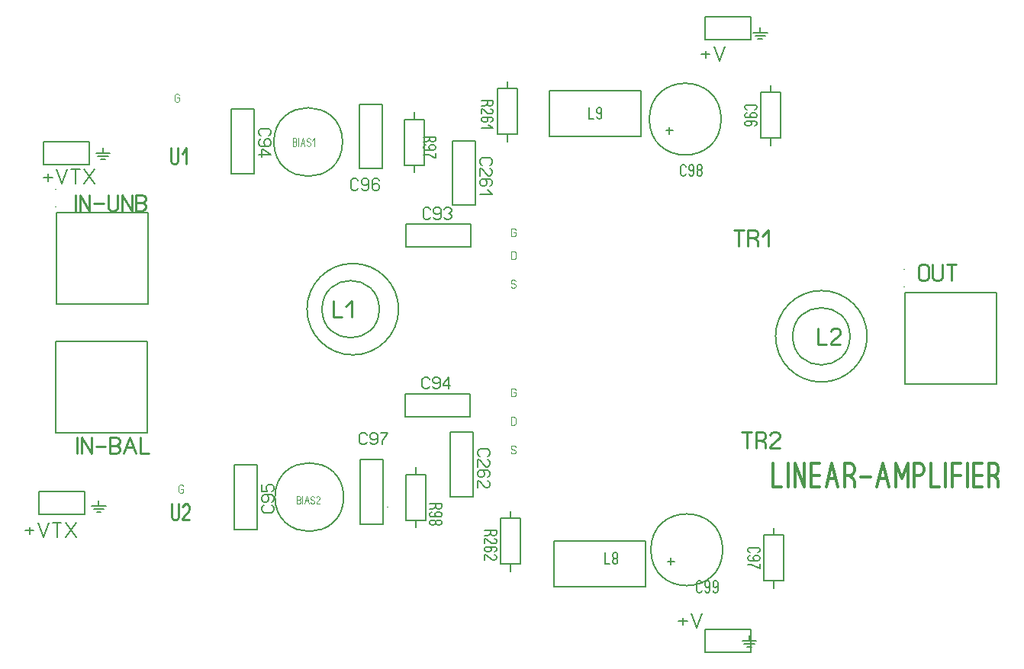
<source format=gbr>
%FSLAX34Y34*%
%MOMM*%
%LNSILK_TOP*%
G71*
G01*
%ADD10C,0.150*%
%ADD11C,0.144*%
%ADD12C,0.200*%
%ADD13C,0.111*%
%ADD14C,0.167*%
%ADD15C,0.222*%
%ADD16C,0.333*%
%LPD*%
G54D10*
X-680213Y-103988D02*
X-578613Y-103988D01*
X-578613Y-205588D01*
X-680213Y-205588D01*
X-680213Y-103988D01*
G54D11*
X-680963Y-77238D02*
X-680963Y-77238D01*
G54D11*
X-680963Y-96738D02*
X-680963Y-96738D01*
G54D12*
G75*
G01X-300569Y-211150D02*
G03X-300569Y-211150I-50800J0D01*
G01*
G54D12*
G75*
G01X-322000Y-211150D02*
G03X-322000Y-211150I-31750J0D01*
G01*
G54D12*
G75*
G01X219337Y-241313D02*
G03X219337Y-241313I-50800J0D01*
G01*
G54D12*
G75*
G01X200287Y-241313D02*
G03X200287Y-241313I-31750J0D01*
G01*
G54D13*
X-541982Y-410836D02*
X-539315Y-410836D01*
X-539315Y-413614D01*
X-539982Y-414725D01*
X-541315Y-415280D01*
X-542648Y-415280D01*
X-543982Y-414725D01*
X-544648Y-413614D01*
X-544648Y-408058D01*
X-543982Y-406947D01*
X-542648Y-406391D01*
X-541315Y-406391D01*
X-539982Y-406947D01*
X-539315Y-408058D01*
G54D10*
X-482799Y-384460D02*
X-457398Y-384459D01*
X-457399Y-456060D01*
X-482799Y-456059D01*
X-482799Y-384460D01*
G54D14*
X-441174Y-429115D02*
X-439508Y-430115D01*
X-438674Y-432115D01*
X-438674Y-434115D01*
X-439508Y-436115D01*
X-441174Y-437115D01*
X-449508Y-437115D01*
X-451174Y-436115D01*
X-452008Y-434115D01*
X-452008Y-432115D01*
X-451174Y-430115D01*
X-449508Y-429115D01*
G54D14*
X-441174Y-425448D02*
X-439508Y-424448D01*
X-438674Y-422448D01*
X-438674Y-420448D01*
X-439508Y-418448D01*
X-441174Y-417448D01*
X-445341Y-417448D01*
X-446174Y-417448D01*
X-444507Y-420448D01*
X-444508Y-422448D01*
X-445341Y-424448D01*
X-447008Y-425448D01*
X-449508Y-425448D01*
X-451174Y-424448D01*
X-452008Y-422448D01*
X-452008Y-420448D01*
X-451174Y-418448D01*
X-449507Y-417448D01*
X-445341Y-417448D01*
G54D14*
X-452008Y-405781D02*
X-452008Y-413781D01*
X-446174Y-413781D01*
X-446174Y-412781D01*
X-447008Y-410781D01*
X-447008Y-408781D01*
X-446174Y-406781D01*
X-444508Y-405781D01*
X-441174Y-405781D01*
X-439508Y-406781D01*
X-438674Y-408781D01*
X-438674Y-410781D01*
X-439508Y-412781D01*
X-441174Y-413781D01*
G54D10*
X-270602Y-394979D02*
X-292777Y-394979D01*
X-292777Y-445679D01*
X-270602Y-445679D01*
X-270602Y-394979D01*
G54D10*
X-281689Y-394779D02*
X-281689Y-386879D01*
G54D10*
X-281690Y-445779D02*
X-281690Y-453679D01*
G54D14*
X-259497Y-430304D02*
X-261164Y-432304D01*
X-262830Y-432970D01*
X-266164Y-432970D01*
G54D14*
X-266164Y-427637D02*
X-252830Y-427637D01*
X-252830Y-430970D01*
X-253664Y-432304D01*
X-255330Y-432970D01*
X-256997Y-432970D01*
X-258664Y-432304D01*
X-259497Y-430970D01*
X-259497Y-427637D01*
G54D14*
X-263664Y-436637D02*
X-265330Y-437304D01*
X-266164Y-438637D01*
X-266164Y-439970D01*
X-265330Y-441304D01*
X-263664Y-441970D01*
X-259497Y-441970D01*
X-258664Y-441970D01*
X-260330Y-439970D01*
X-260330Y-438637D01*
X-259497Y-437304D01*
X-257830Y-436637D01*
X-255330Y-436637D01*
X-253664Y-437304D01*
X-252830Y-438637D01*
X-252830Y-439970D01*
X-253664Y-441304D01*
X-255330Y-441970D01*
X-259497Y-441970D01*
G54D14*
X-259497Y-448970D02*
X-259497Y-447637D01*
X-258664Y-446304D01*
X-256997Y-445637D01*
X-255330Y-445637D01*
X-253664Y-446304D01*
X-252830Y-447637D01*
X-252830Y-448970D01*
X-253664Y-450304D01*
X-255330Y-450970D01*
X-256997Y-450970D01*
X-258664Y-450304D01*
X-259497Y-448970D01*
X-260330Y-450304D01*
X-261997Y-450970D01*
X-263664Y-450970D01*
X-265330Y-450304D01*
X-266164Y-448970D01*
X-266164Y-447637D01*
X-265330Y-446304D01*
X-263664Y-445637D01*
X-261997Y-445637D01*
X-260330Y-446304D01*
X-259497Y-447637D01*
G54D10*
X-317698Y-449710D02*
X-343099Y-449710D01*
X-343098Y-378109D01*
X-317698Y-378110D01*
X-317698Y-449710D01*
G54D14*
X-312307Y-430765D02*
X-312307Y-430765D01*
G54D10*
X-271837Y-417D02*
X-294012Y-417D01*
X-294012Y-51117D01*
X-271837Y-51117D01*
X-271837Y-417D01*
G54D10*
X-282924Y-217D02*
X-282924Y7683D01*
G54D10*
X-282924Y-51217D02*
X-282924Y-59117D01*
G54D14*
X-265925Y-22462D02*
X-267592Y-24462D01*
X-269259Y-25128D01*
X-272592Y-25128D01*
G54D14*
X-272592Y-19795D02*
X-259259Y-19795D01*
X-259259Y-23128D01*
X-260092Y-24462D01*
X-261759Y-25128D01*
X-263425Y-25128D01*
X-265092Y-24462D01*
X-265925Y-23128D01*
X-265925Y-19795D01*
G54D14*
X-270092Y-28795D02*
X-271759Y-29462D01*
X-272592Y-30795D01*
X-272592Y-32128D01*
X-271759Y-33462D01*
X-270092Y-34128D01*
X-265925Y-34128D01*
X-265092Y-34128D01*
X-266759Y-32128D01*
X-266759Y-30795D01*
X-265925Y-29462D01*
X-264259Y-28795D01*
X-261759Y-28795D01*
X-260092Y-29462D01*
X-259259Y-30795D01*
X-259259Y-32128D01*
X-260092Y-33462D01*
X-261759Y-34128D01*
X-265925Y-34128D01*
G54D14*
X-259259Y-37795D02*
X-259259Y-43128D01*
X-260925Y-42462D01*
X-263425Y-41128D01*
X-266759Y-39795D01*
X-269259Y-39128D01*
X-272592Y-39128D01*
G54D10*
X-344334Y16453D02*
X-318933Y16453D01*
X-318934Y-55147D01*
X-344334Y-55147D01*
X-344334Y16453D01*
G54D14*
X-345309Y-76486D02*
X-346309Y-78153D01*
X-348309Y-78986D01*
X-350309Y-78986D01*
X-352309Y-78153D01*
X-353309Y-76486D01*
X-353309Y-68153D01*
X-352309Y-66486D01*
X-350309Y-65653D01*
X-348309Y-65653D01*
X-346309Y-66486D01*
X-345309Y-68153D01*
G54D14*
X-341642Y-76486D02*
X-340642Y-78153D01*
X-338642Y-78986D01*
X-336642Y-78986D01*
X-334642Y-78153D01*
X-333642Y-76486D01*
X-333642Y-72319D01*
X-333642Y-71486D01*
X-336642Y-73153D01*
X-338642Y-73153D01*
X-340642Y-72319D01*
X-341642Y-70653D01*
X-341642Y-68153D01*
X-340642Y-66486D01*
X-338642Y-65653D01*
X-336642Y-65653D01*
X-334642Y-66486D01*
X-333642Y-68153D01*
X-333642Y-72319D01*
G54D14*
X-321975Y-68153D02*
X-322975Y-66486D01*
X-324975Y-65653D01*
X-326975Y-65653D01*
X-328975Y-66486D01*
X-329975Y-68153D01*
X-329975Y-72319D01*
X-329975Y-73153D01*
X-326975Y-71486D01*
X-324975Y-71486D01*
X-322975Y-72319D01*
X-321975Y-73986D01*
X-321975Y-76486D01*
X-322975Y-78153D01*
X-324975Y-78986D01*
X-326975Y-78986D01*
X-328975Y-78153D01*
X-329975Y-76486D01*
X-329975Y-72319D01*
G54D13*
X-173284Y-125806D02*
X-170617Y-125806D01*
X-170617Y-128584D01*
X-171284Y-129695D01*
X-172617Y-130250D01*
X-173950Y-130250D01*
X-175284Y-129695D01*
X-175950Y-128584D01*
X-175950Y-123028D01*
X-175284Y-121917D01*
X-173950Y-121361D01*
X-172617Y-121361D01*
X-171284Y-121917D01*
X-170617Y-123028D01*
G54D13*
X-175950Y-155650D02*
X-175950Y-146761D01*
X-172617Y-146761D01*
X-171284Y-147317D01*
X-170617Y-148428D01*
X-170617Y-153984D01*
X-171284Y-155095D01*
X-172617Y-155650D01*
X-175950Y-155650D01*
G54D13*
X-175950Y-339800D02*
X-175950Y-330911D01*
X-172617Y-330911D01*
X-171284Y-331467D01*
X-170617Y-332578D01*
X-170617Y-338134D01*
X-171284Y-339245D01*
X-172617Y-339800D01*
X-175950Y-339800D01*
G54D13*
X-175950Y-185734D02*
X-175284Y-186845D01*
X-173950Y-187400D01*
X-172617Y-187400D01*
X-171284Y-186845D01*
X-170617Y-185734D01*
X-170617Y-184622D01*
X-171284Y-183511D01*
X-172617Y-182956D01*
X-173950Y-182956D01*
X-175284Y-182400D01*
X-175950Y-181289D01*
X-175950Y-180178D01*
X-175284Y-179067D01*
X-173950Y-178511D01*
X-172617Y-178511D01*
X-171284Y-179067D01*
X-170617Y-180178D01*
G54D13*
X-175950Y-369884D02*
X-175284Y-370995D01*
X-173950Y-371550D01*
X-172617Y-371550D01*
X-171284Y-370995D01*
X-170617Y-369884D01*
X-170617Y-368772D01*
X-171284Y-367661D01*
X-172617Y-367106D01*
X-173950Y-367106D01*
X-175284Y-366550D01*
X-175950Y-365439D01*
X-175950Y-364328D01*
X-175284Y-363217D01*
X-173950Y-362661D01*
X-172617Y-362661D01*
X-171284Y-363217D01*
X-170617Y-364328D01*
G54D13*
X-173284Y-303606D02*
X-170617Y-303606D01*
X-170617Y-306384D01*
X-171284Y-307495D01*
X-172617Y-308050D01*
X-173950Y-308050D01*
X-175284Y-307495D01*
X-175950Y-306384D01*
X-175950Y-300828D01*
X-175284Y-299717D01*
X-173950Y-299161D01*
X-172617Y-299161D01*
X-171284Y-299717D01*
X-170617Y-300828D01*
G54D10*
X-220652Y-142126D02*
X-220652Y-116726D01*
X-292252Y-116726D01*
X-292252Y-142126D01*
X-220652Y-142126D01*
G54D14*
X-265308Y-108834D02*
X-266308Y-110501D01*
X-268308Y-111334D01*
X-270308Y-111334D01*
X-272308Y-110501D01*
X-273308Y-108834D01*
X-273308Y-100501D01*
X-272308Y-98834D01*
X-270308Y-98001D01*
X-268308Y-98001D01*
X-266308Y-98834D01*
X-265308Y-100501D01*
G54D14*
X-261641Y-108834D02*
X-260641Y-110501D01*
X-258641Y-111334D01*
X-256641Y-111334D01*
X-254641Y-110501D01*
X-253641Y-108834D01*
X-253641Y-104668D01*
X-253641Y-103834D01*
X-256641Y-105501D01*
X-258641Y-105501D01*
X-260641Y-104668D01*
X-261641Y-103001D01*
X-261641Y-100501D01*
X-260641Y-98834D01*
X-258641Y-98001D01*
X-256641Y-98001D01*
X-254641Y-98834D01*
X-253641Y-100501D01*
X-253641Y-104668D01*
G54D14*
X-249974Y-100501D02*
X-248974Y-98834D01*
X-246974Y-98001D01*
X-244974Y-98001D01*
X-242974Y-98834D01*
X-241974Y-100501D01*
X-241974Y-102168D01*
X-242974Y-103834D01*
X-244974Y-104668D01*
X-242974Y-105501D01*
X-241974Y-107168D01*
X-241974Y-108834D01*
X-242974Y-110501D01*
X-244974Y-111334D01*
X-246974Y-111334D01*
X-248974Y-110501D01*
X-249974Y-108834D01*
G54D10*
X-221652Y-330501D02*
X-221652Y-305101D01*
X-293252Y-305101D01*
X-293252Y-330501D01*
X-221652Y-330501D01*
G54D14*
X-266308Y-297209D02*
X-267308Y-298876D01*
X-269308Y-299709D01*
X-271308Y-299709D01*
X-273308Y-298876D01*
X-274308Y-297209D01*
X-274308Y-288876D01*
X-273308Y-287209D01*
X-271308Y-286376D01*
X-269308Y-286376D01*
X-267308Y-287209D01*
X-266308Y-288876D01*
G54D14*
X-262641Y-297209D02*
X-261641Y-298876D01*
X-259641Y-299709D01*
X-257641Y-299709D01*
X-255641Y-298876D01*
X-254641Y-297209D01*
X-254641Y-293042D01*
X-254641Y-292209D01*
X-257641Y-293876D01*
X-259641Y-293876D01*
X-261641Y-293042D01*
X-262641Y-291376D01*
X-262641Y-288876D01*
X-261641Y-287209D01*
X-259641Y-286376D01*
X-257641Y-286376D01*
X-255641Y-287209D01*
X-254641Y-288876D01*
X-254641Y-293042D01*
G54D14*
X-244974Y-299709D02*
X-244974Y-286376D01*
X-250974Y-294709D01*
X-250974Y-296376D01*
X-242974Y-296376D01*
G54D10*
X-241162Y-95775D02*
X-215761Y-95776D01*
X-215762Y-24175D01*
X-241162Y-24175D01*
X-241162Y-95775D01*
G54D14*
X-207870Y-51120D02*
X-209537Y-50120D01*
X-210370Y-48120D01*
X-210370Y-46120D01*
X-209537Y-44120D01*
X-207870Y-43120D01*
X-199537Y-43120D01*
X-197870Y-44120D01*
X-197037Y-46120D01*
X-197037Y-48120D01*
X-197870Y-50120D01*
X-199537Y-51120D01*
G54D14*
X-210370Y-62787D02*
X-210370Y-54787D01*
X-209537Y-54787D01*
X-207870Y-55787D01*
X-202870Y-61787D01*
X-201203Y-62787D01*
X-199537Y-62787D01*
X-197870Y-61787D01*
X-197037Y-59787D01*
X-197037Y-57787D01*
X-197870Y-55787D01*
X-199537Y-54787D01*
G54D14*
X-199537Y-74454D02*
X-197870Y-73454D01*
X-197037Y-71454D01*
X-197037Y-69454D01*
X-197870Y-67454D01*
X-199537Y-66454D01*
X-203703Y-66454D01*
X-204537Y-66454D01*
X-202870Y-69454D01*
X-202870Y-71454D01*
X-203703Y-73454D01*
X-205370Y-74454D01*
X-207870Y-74454D01*
X-209537Y-73454D01*
X-210370Y-71454D01*
X-210370Y-69454D01*
X-209537Y-67454D01*
X-207870Y-66454D01*
X-203703Y-66454D01*
G54D14*
X-202037Y-78121D02*
X-197037Y-83121D01*
X-210370Y-83121D01*
G54D10*
X-243340Y-419307D02*
X-217940Y-419307D01*
X-217940Y-347707D01*
X-243340Y-347707D01*
X-243340Y-419307D01*
G54D14*
X-210049Y-374652D02*
X-211715Y-373652D01*
X-212549Y-371652D01*
X-212549Y-369652D01*
X-211715Y-367652D01*
X-210049Y-366652D01*
X-201715Y-366652D01*
X-200049Y-367652D01*
X-199215Y-369652D01*
X-199215Y-371652D01*
X-200049Y-373652D01*
X-201715Y-374652D01*
G54D14*
X-212549Y-386319D02*
X-212549Y-378319D01*
X-211715Y-378319D01*
X-210049Y-379319D01*
X-205049Y-385319D01*
X-203382Y-386319D01*
X-201715Y-386319D01*
X-200049Y-385319D01*
X-199215Y-383319D01*
X-199215Y-381319D01*
X-200049Y-379319D01*
X-201715Y-378319D01*
G54D14*
X-201715Y-397986D02*
X-200049Y-396986D01*
X-199215Y-394986D01*
X-199215Y-392986D01*
X-200049Y-390986D01*
X-201715Y-389986D01*
X-205882Y-389986D01*
X-206715Y-389986D01*
X-205049Y-392986D01*
X-205049Y-394986D01*
X-205882Y-396986D01*
X-207549Y-397986D01*
X-210049Y-397986D01*
X-211715Y-396986D01*
X-212549Y-394986D01*
X-212549Y-392986D01*
X-211715Y-390986D01*
X-210049Y-389986D01*
X-205882Y-389986D01*
G54D14*
X-212549Y-409653D02*
X-212549Y-401653D01*
X-211715Y-401653D01*
X-210049Y-402653D01*
X-205049Y-408653D01*
X-203382Y-409653D01*
X-201715Y-409653D01*
X-200049Y-408653D01*
X-199215Y-406653D01*
X-199215Y-404653D01*
X-200049Y-402653D01*
X-201715Y-401653D01*
G54D10*
X-168861Y-16699D02*
X-191036Y-16699D01*
X-191036Y34001D01*
X-168861Y34001D01*
X-168861Y-16699D01*
G54D10*
X-179948Y-16899D02*
X-179948Y-24799D01*
G54D10*
X-179948Y34101D02*
X-179949Y42001D01*
G54D14*
X-202206Y17575D02*
X-203873Y15575D01*
X-205540Y14908D01*
X-208873Y14908D01*
G54D14*
X-208873Y20242D02*
X-195540Y20242D01*
X-195540Y16908D01*
X-196373Y15575D01*
X-198040Y14908D01*
X-199706Y14908D01*
X-201373Y15575D01*
X-202206Y16908D01*
X-202206Y20242D01*
G54D14*
X-208873Y5908D02*
X-208873Y11242D01*
X-208040Y11242D01*
X-206373Y10575D01*
X-201373Y6575D01*
X-199706Y5908D01*
X-198040Y5908D01*
X-196373Y6575D01*
X-195540Y7908D01*
X-195540Y9242D01*
X-196373Y10575D01*
X-198040Y11242D01*
G54D14*
X-198040Y-3092D02*
X-196373Y-2425D01*
X-195540Y-1092D01*
X-195540Y242D01*
X-196373Y1575D01*
X-198040Y2242D01*
X-202206Y2242D01*
X-203040Y2242D01*
X-201373Y242D01*
X-201373Y-1092D01*
X-202206Y-2425D01*
X-203873Y-3092D01*
X-206373Y-3092D01*
X-208040Y-2425D01*
X-208873Y-1092D01*
X-208873Y242D01*
X-208040Y1575D01*
X-206373Y2242D01*
X-202206Y2242D01*
G54D14*
X-200540Y-6758D02*
X-195540Y-10092D01*
X-208873Y-10092D01*
G54D10*
X-165161Y-494199D02*
X-187336Y-494199D01*
X-187336Y-443499D01*
X-165161Y-443499D01*
X-165161Y-494199D01*
G54D10*
X-176248Y-494400D02*
X-176248Y-502300D01*
G54D10*
X-176248Y-443399D02*
X-176249Y-435499D01*
G54D14*
X-198506Y-459925D02*
X-200173Y-461925D01*
X-201840Y-462592D01*
X-205173Y-462592D01*
G54D14*
X-205173Y-457258D02*
X-191840Y-457258D01*
X-191840Y-460592D01*
X-192673Y-461925D01*
X-194340Y-462592D01*
X-196006Y-462592D01*
X-197673Y-461925D01*
X-198506Y-460592D01*
X-198506Y-457258D01*
G54D14*
X-205173Y-471592D02*
X-205173Y-466258D01*
X-204340Y-466258D01*
X-202673Y-466925D01*
X-197673Y-470925D01*
X-196006Y-471592D01*
X-194340Y-471592D01*
X-192673Y-470925D01*
X-191840Y-469592D01*
X-191840Y-468258D01*
X-192673Y-466925D01*
X-194340Y-466258D01*
G54D14*
X-194340Y-480592D02*
X-192673Y-479925D01*
X-191840Y-478592D01*
X-191840Y-477258D01*
X-192673Y-475925D01*
X-194340Y-475258D01*
X-198506Y-475258D01*
X-199340Y-475258D01*
X-197673Y-477258D01*
X-197673Y-478592D01*
X-198506Y-479925D01*
X-200173Y-480592D01*
X-202673Y-480592D01*
X-204340Y-479925D01*
X-205173Y-478592D01*
X-205173Y-477258D01*
X-204340Y-475925D01*
X-202673Y-475258D01*
X-198506Y-475258D01*
G54D14*
X-205173Y-489592D02*
X-205173Y-484258D01*
X-204340Y-484258D01*
X-202673Y-484925D01*
X-197673Y-488925D01*
X-196006Y-489592D01*
X-194340Y-489592D01*
X-192673Y-488925D01*
X-191840Y-487592D01*
X-191840Y-486258D01*
X-192673Y-484925D01*
X-194340Y-484258D01*
G54D10*
X-3800Y-12700D02*
X3800Y-12700D01*
G54D10*
X0Y-8900D02*
X0Y-16500D01*
G54D10*
G75*
G01X57356Y0D02*
G03X57356Y0I-39850J0D01*
G01*
G54D10*
X-2100Y-491200D02*
X5500Y-491200D01*
G54D10*
X1700Y-487400D02*
X1700Y-495000D01*
G54D10*
G75*
G01X59056Y-478500D02*
G03X59056Y-478500I-39850J0D01*
G01*
G54D12*
X35395Y71924D02*
X44995Y71924D01*
G54D12*
X40195Y75924D02*
X40195Y67924D01*
G54D12*
X49395Y80924D02*
X55395Y64924D01*
X61395Y80924D01*
G54D10*
X90414Y113982D02*
X90414Y88581D01*
X39614Y88582D01*
X39614Y113982D01*
X90414Y113982D01*
G54D12*
X100640Y101918D02*
X100640Y95568D01*
G54D12*
X108578Y95568D02*
X92703Y95568D01*
G54D12*
X95084Y92394D02*
X106197Y92394D01*
G54D12*
X103022Y89219D02*
X98259Y89218D01*
G54D10*
X123339Y-20999D02*
X101164Y-20999D01*
X101164Y29701D01*
X123339Y29701D01*
X123339Y-20999D01*
G54D10*
X112252Y-21200D02*
X112252Y-29100D01*
G54D10*
X112252Y29801D02*
X112251Y37701D01*
G54D14*
X85827Y10609D02*
X84160Y11275D01*
X83327Y12609D01*
X83327Y13942D01*
X84160Y15275D01*
X85827Y15942D01*
X94160Y15942D01*
X95827Y15275D01*
X96660Y13942D01*
X96660Y12609D01*
X95827Y11275D01*
X94160Y10609D01*
G54D14*
X85827Y6942D02*
X84160Y6275D01*
X83327Y4942D01*
X83327Y3609D01*
X84160Y2275D01*
X85827Y1609D01*
X89994Y1609D01*
X90827Y1609D01*
X89160Y3609D01*
X89160Y4942D01*
X89994Y6275D01*
X91660Y6942D01*
X94160Y6942D01*
X95827Y6275D01*
X96660Y4942D01*
X96660Y3609D01*
X95827Y2275D01*
X94160Y1609D01*
X89994Y1609D01*
G54D14*
X94160Y-7391D02*
X95827Y-6725D01*
X96660Y-5391D01*
X96660Y-4058D01*
X95827Y-2725D01*
X94160Y-2058D01*
X89994Y-2058D01*
X89160Y-2058D01*
X90827Y-4058D01*
X90827Y-5391D01*
X89994Y-6725D01*
X88327Y-7391D01*
X85827Y-7391D01*
X84160Y-6725D01*
X83327Y-5391D01*
X83327Y-4058D01*
X84160Y-2725D01*
X85827Y-2058D01*
X89994Y-2058D01*
G54D12*
X-128350Y-469150D02*
X-26750Y-469150D01*
X-26750Y-519950D01*
X-128350Y-519950D01*
X-128350Y-469150D01*
G54D12*
X-133350Y31750D02*
X-31750Y31750D01*
X-31750Y-19050D01*
X-133350Y-19050D01*
X-133350Y31750D01*
G54D13*
X-413135Y-427622D02*
X-413135Y-418734D01*
X-410913Y-418734D01*
X-410024Y-419289D01*
X-409580Y-420400D01*
X-409580Y-421511D01*
X-410024Y-422622D01*
X-410913Y-423178D01*
X-410024Y-423734D01*
X-409580Y-424844D01*
X-409580Y-425956D01*
X-410024Y-427067D01*
X-410913Y-427622D01*
X-413135Y-427622D01*
G54D13*
X-413135Y-423178D02*
X-410913Y-423178D01*
G54D13*
X-407135Y-427622D02*
X-407135Y-418734D01*
G54D13*
X-404691Y-427622D02*
X-402469Y-418734D01*
X-400247Y-427622D01*
G54D13*
X-403802Y-424289D02*
X-401135Y-424289D01*
G54D13*
X-397803Y-425956D02*
X-397359Y-427067D01*
X-396470Y-427622D01*
X-395581Y-427622D01*
X-394692Y-427067D01*
X-394248Y-425956D01*
X-394248Y-424844D01*
X-394692Y-423734D01*
X-395581Y-423178D01*
X-396470Y-423178D01*
X-397359Y-422622D01*
X-397803Y-421511D01*
X-397803Y-420400D01*
X-397359Y-419289D01*
X-396470Y-418734D01*
X-395581Y-418734D01*
X-394692Y-419289D01*
X-394248Y-420400D01*
G54D13*
X-388247Y-427622D02*
X-391803Y-427622D01*
X-391803Y-427067D01*
X-391359Y-425956D01*
X-388692Y-422622D01*
X-388248Y-421511D01*
X-388248Y-420400D01*
X-388692Y-419289D01*
X-389581Y-418734D01*
X-390470Y-418734D01*
X-391359Y-419289D01*
X-391803Y-420400D01*
G54D13*
X-417515Y-29862D02*
X-417515Y-20973D01*
X-415293Y-20973D01*
X-414404Y-21529D01*
X-413960Y-22640D01*
X-413960Y-23751D01*
X-414404Y-24862D01*
X-415293Y-25418D01*
X-414404Y-25973D01*
X-413960Y-27084D01*
X-413960Y-28196D01*
X-414404Y-29307D01*
X-415293Y-29862D01*
X-417515Y-29862D01*
G54D13*
X-417515Y-25418D02*
X-415293Y-25418D01*
G54D13*
X-411515Y-29862D02*
X-411515Y-20973D01*
G54D13*
X-409071Y-29862D02*
X-406849Y-20973D01*
X-404627Y-29862D01*
G54D13*
X-408182Y-26529D02*
X-405516Y-26529D01*
G54D13*
X-402183Y-28196D02*
X-401739Y-29307D01*
X-400850Y-29862D01*
X-399961Y-29862D01*
X-399072Y-29307D01*
X-398628Y-28196D01*
X-398628Y-27084D01*
X-399072Y-25973D01*
X-399961Y-25418D01*
X-400850Y-25418D01*
X-401739Y-24862D01*
X-402183Y-23751D01*
X-402183Y-22640D01*
X-401739Y-21529D01*
X-400850Y-20973D01*
X-399961Y-20973D01*
X-399072Y-21529D01*
X-398628Y-22640D01*
G54D13*
X-396183Y-24307D02*
X-393961Y-20973D01*
X-393961Y-29862D01*
G54D14*
X-88900Y13333D02*
X-88900Y0D01*
X-84234Y0D01*
G54D14*
X-80566Y2500D02*
X-79900Y833D01*
X-78566Y0D01*
X-77233Y0D01*
X-75900Y833D01*
X-75233Y2500D01*
X-75233Y6666D01*
X-75233Y7500D01*
X-77233Y5833D01*
X-78566Y5833D01*
X-79900Y6666D01*
X-80566Y8333D01*
X-80566Y10833D01*
X-79900Y12500D01*
X-78566Y13333D01*
X-77233Y13333D01*
X-75900Y12500D01*
X-75233Y10833D01*
X-75233Y6666D01*
G54D14*
X-71200Y-481217D02*
X-71200Y-494550D01*
X-66534Y-494550D01*
G54D14*
X-59533Y-487884D02*
X-60866Y-487884D01*
X-62200Y-487050D01*
X-62866Y-485384D01*
X-62866Y-483717D01*
X-62200Y-482050D01*
X-60866Y-481217D01*
X-59533Y-481217D01*
X-58200Y-482050D01*
X-57533Y-483717D01*
X-57533Y-485384D01*
X-58200Y-487050D01*
X-59533Y-487884D01*
X-58200Y-488717D01*
X-57533Y-490384D01*
X-57533Y-492050D01*
X-58200Y-493717D01*
X-59533Y-494550D01*
X-60866Y-494550D01*
X-62200Y-493717D01*
X-62866Y-492050D01*
X-62866Y-490384D01*
X-62200Y-488717D01*
X-60866Y-487884D01*
G54D14*
X18033Y-61000D02*
X17366Y-62667D01*
X16033Y-63500D01*
X14700Y-63500D01*
X13366Y-62667D01*
X12700Y-61000D01*
X12700Y-52667D01*
X13366Y-51000D01*
X14700Y-50167D01*
X16033Y-50167D01*
X17366Y-51000D01*
X18033Y-52667D01*
G54D14*
X21700Y-61000D02*
X22366Y-62667D01*
X23700Y-63500D01*
X25033Y-63500D01*
X26366Y-62667D01*
X27033Y-61000D01*
X27033Y-56834D01*
X27033Y-56000D01*
X25033Y-57667D01*
X23700Y-57667D01*
X22366Y-56834D01*
X21700Y-55167D01*
X21700Y-52667D01*
X22366Y-51000D01*
X23700Y-50167D01*
X25033Y-50167D01*
X26366Y-51000D01*
X27033Y-52667D01*
X27033Y-56834D01*
G54D14*
X34033Y-56834D02*
X32700Y-56834D01*
X31366Y-56000D01*
X30700Y-54334D01*
X30700Y-52667D01*
X31366Y-51000D01*
X32700Y-50167D01*
X34033Y-50167D01*
X35366Y-51000D01*
X36033Y-52667D01*
X36033Y-54334D01*
X35366Y-56000D01*
X34033Y-56834D01*
X35366Y-57667D01*
X36033Y-59334D01*
X36033Y-61000D01*
X35366Y-62667D01*
X34033Y-63500D01*
X32700Y-63500D01*
X31366Y-62667D01*
X30700Y-61000D01*
X30700Y-59334D01*
X31366Y-57667D01*
X32700Y-56834D01*
G54D14*
X35733Y-523800D02*
X35066Y-525467D01*
X33733Y-526300D01*
X32400Y-526300D01*
X31066Y-525467D01*
X30400Y-523800D01*
X30400Y-515467D01*
X31066Y-513800D01*
X32400Y-512967D01*
X33733Y-512967D01*
X35066Y-513800D01*
X35733Y-515467D01*
G54D14*
X39400Y-523800D02*
X40066Y-525467D01*
X41400Y-526300D01*
X42733Y-526300D01*
X44066Y-525467D01*
X44733Y-523800D01*
X44733Y-519634D01*
X44733Y-518800D01*
X42733Y-520467D01*
X41400Y-520467D01*
X40066Y-519634D01*
X39400Y-517967D01*
X39400Y-515467D01*
X40066Y-513800D01*
X41400Y-512967D01*
X42733Y-512967D01*
X44066Y-513800D01*
X44733Y-515467D01*
X44733Y-519634D01*
G54D14*
X48400Y-523800D02*
X49066Y-525467D01*
X50400Y-526300D01*
X51733Y-526300D01*
X53066Y-525467D01*
X53733Y-523800D01*
X53733Y-519634D01*
X53733Y-518800D01*
X51733Y-520467D01*
X50400Y-520467D01*
X49066Y-519634D01*
X48400Y-517967D01*
X48400Y-515467D01*
X49066Y-513800D01*
X50400Y-512967D01*
X51733Y-512967D01*
X53066Y-513800D01*
X53733Y-515467D01*
X53733Y-519634D01*
G54D15*
X-552076Y-427602D02*
X-552076Y-442047D01*
X-551188Y-444269D01*
X-549410Y-445380D01*
X-547632Y-445380D01*
X-545854Y-444269D01*
X-544965Y-442047D01*
X-544965Y-427602D01*
G54D15*
X-532965Y-445380D02*
X-540076Y-445380D01*
X-540076Y-444269D01*
X-539188Y-442047D01*
X-533854Y-435380D01*
X-532965Y-433158D01*
X-532965Y-430936D01*
X-533854Y-428714D01*
X-535632Y-427602D01*
X-537410Y-427602D01*
X-539188Y-428714D01*
X-540076Y-430936D01*
G54D10*
X126896Y-512954D02*
X104721Y-512954D01*
X104721Y-462254D01*
X126896Y-462254D01*
X126896Y-512954D01*
G54D10*
X115808Y-513155D02*
X115808Y-521054D01*
G54D10*
X115808Y-462154D02*
X115808Y-454254D01*
G54D14*
X89384Y-481346D02*
X87717Y-480680D01*
X86884Y-479346D01*
X86884Y-478013D01*
X87717Y-476680D01*
X89384Y-476013D01*
X97717Y-476013D01*
X99384Y-476680D01*
X100217Y-478013D01*
X100217Y-479346D01*
X99384Y-480680D01*
X97717Y-481346D01*
G54D14*
X89384Y-485013D02*
X87717Y-485680D01*
X86884Y-487013D01*
X86884Y-488346D01*
X87717Y-489680D01*
X89384Y-490346D01*
X93551Y-490346D01*
X94384Y-490346D01*
X92717Y-488346D01*
X92717Y-487013D01*
X93551Y-485680D01*
X95217Y-485013D01*
X97717Y-485013D01*
X99384Y-485680D01*
X100217Y-487013D01*
X100217Y-488346D01*
X99384Y-489680D01*
X97717Y-490346D01*
X93551Y-490346D01*
G54D14*
X100217Y-494013D02*
X100217Y-499346D01*
X98550Y-498680D01*
X96051Y-497346D01*
X92717Y-496013D01*
X90217Y-495346D01*
X86884Y-495346D01*
G54D10*
G75*
G01X-362750Y-25418D02*
G03X-362750Y-25418I-38100J0D01*
G01*
G54D10*
G75*
G01X-361515Y-419980D02*
G03X-361515Y-419980I-38100J0D01*
G01*
G54D10*
X-681180Y-247333D02*
X-579580Y-247333D01*
X-579580Y-348933D01*
X-681180Y-348933D01*
X-681180Y-247333D01*
G54D15*
X-658963Y-101738D02*
X-658963Y-83960D01*
G54D15*
X-654074Y-101738D02*
X-654074Y-83960D01*
X-643407Y-101738D01*
X-643407Y-83960D01*
G54D15*
X-638518Y-93960D02*
X-627851Y-93960D01*
G54D15*
X-622962Y-83960D02*
X-622962Y-98404D01*
X-621628Y-100627D01*
X-618962Y-101738D01*
X-616295Y-101738D01*
X-613628Y-100627D01*
X-612295Y-98404D01*
X-612295Y-83960D01*
G54D15*
X-607406Y-101738D02*
X-607406Y-83960D01*
X-596739Y-101738D01*
X-596739Y-83960D01*
G54D15*
X-591850Y-101738D02*
X-591850Y-83960D01*
X-585183Y-83960D01*
X-582516Y-85071D01*
X-581183Y-87293D01*
X-581183Y-89516D01*
X-582516Y-91738D01*
X-585183Y-92849D01*
X-582516Y-93960D01*
X-581183Y-96182D01*
X-581183Y-98404D01*
X-582516Y-100627D01*
X-585183Y-101738D01*
X-591850Y-101738D01*
G54D15*
X-591850Y-92849D02*
X-585183Y-92849D01*
G54D15*
X77108Y-140800D02*
X77108Y-123022D01*
G54D15*
X71775Y-123022D02*
X82441Y-123022D01*
G54D15*
X92664Y-131911D02*
X96664Y-134134D01*
X97997Y-136356D01*
X97997Y-140800D01*
G54D15*
X87331Y-140800D02*
X87331Y-123022D01*
X93997Y-123022D01*
X96664Y-124134D01*
X97997Y-126356D01*
X97997Y-128578D01*
X96664Y-130800D01*
X93997Y-131911D01*
X87331Y-131911D01*
G54D15*
X102887Y-129689D02*
X109553Y-123022D01*
X109553Y-140800D01*
G54D15*
X85808Y-365613D02*
X85808Y-347835D01*
G54D15*
X80475Y-347835D02*
X91141Y-347835D01*
G54D15*
X101364Y-356724D02*
X105364Y-358946D01*
X106697Y-361168D01*
X106697Y-365613D01*
G54D15*
X96031Y-365613D02*
X96031Y-347835D01*
X102697Y-347835D01*
X105364Y-348946D01*
X106697Y-351168D01*
X106697Y-353390D01*
X105364Y-355613D01*
X102697Y-356724D01*
X96031Y-356724D01*
G54D15*
X122253Y-365613D02*
X111587Y-365613D01*
X111587Y-364502D01*
X112920Y-362279D01*
X120920Y-355613D01*
X122253Y-353390D01*
X122253Y-351168D01*
X120920Y-348946D01*
X118253Y-347835D01*
X115587Y-347835D01*
X112920Y-348946D01*
X111587Y-351168D01*
G54D16*
X115037Y-382358D02*
X115037Y-409025D01*
X124371Y-409025D01*
G54D16*
X131703Y-409025D02*
X131703Y-382358D01*
G54D16*
X139036Y-409025D02*
X139036Y-382358D01*
X149703Y-409025D01*
X149703Y-382358D01*
G54D16*
X166370Y-409025D02*
X157036Y-409025D01*
X157036Y-382358D01*
X166370Y-382358D01*
G54D16*
X157036Y-395692D02*
X166370Y-395692D01*
G54D16*
X173702Y-409025D02*
X180369Y-382358D01*
X187036Y-409025D01*
G54D16*
X176369Y-399025D02*
X184369Y-399025D01*
G54D16*
X199702Y-395692D02*
X203702Y-399025D01*
X205035Y-402358D01*
X205035Y-409025D01*
G54D16*
X194368Y-409025D02*
X194368Y-382358D01*
X201035Y-382358D01*
X203702Y-384025D01*
X205035Y-387358D01*
X205035Y-390692D01*
X203702Y-394025D01*
X201035Y-395692D01*
X194368Y-395692D01*
G54D16*
X212368Y-397358D02*
X223035Y-397358D01*
G54D16*
X230368Y-409025D02*
X237035Y-382358D01*
X243702Y-409025D01*
G54D16*
X233035Y-399025D02*
X241035Y-399025D01*
G54D16*
X251034Y-409025D02*
X251034Y-382358D01*
X257701Y-399025D01*
X264368Y-382358D01*
X264368Y-409025D01*
G54D16*
X271700Y-409025D02*
X271700Y-382358D01*
X278367Y-382358D01*
X281034Y-384025D01*
X282367Y-387358D01*
X282367Y-390692D01*
X281034Y-394025D01*
X278367Y-395692D01*
X271700Y-395692D01*
G54D16*
X289700Y-382358D02*
X289700Y-409025D01*
X299034Y-409025D01*
G54D16*
X306366Y-409025D02*
X306366Y-382358D01*
G54D16*
X313699Y-409025D02*
X313699Y-382358D01*
X323032Y-382358D01*
G54D16*
X313699Y-395692D02*
X323032Y-395692D01*
G54D16*
X330365Y-409025D02*
X330365Y-382358D01*
G54D16*
X347032Y-409025D02*
X337698Y-409025D01*
X337698Y-382358D01*
X347032Y-382358D01*
G54D16*
X337698Y-395692D02*
X347032Y-395692D01*
G54D16*
X359698Y-395692D02*
X363698Y-399025D01*
X365031Y-402358D01*
X365031Y-409025D01*
G54D16*
X354364Y-409025D02*
X354364Y-382358D01*
X361031Y-382358D01*
X363698Y-384025D01*
X365031Y-387358D01*
X365031Y-390692D01*
X363698Y-394025D01*
X361031Y-395692D01*
X354364Y-395692D01*
G54D15*
X-373100Y-201722D02*
X-373100Y-219500D01*
X-363767Y-219500D01*
G54D15*
X-358878Y-208389D02*
X-352212Y-201722D01*
X-352212Y-219500D01*
G54D15*
X164812Y-232548D02*
X164812Y-250325D01*
X174146Y-250325D01*
G54D15*
X189701Y-250325D02*
X179034Y-250325D01*
X179034Y-249214D01*
X180368Y-246992D01*
X188368Y-240325D01*
X189701Y-238103D01*
X189701Y-235881D01*
X188368Y-233659D01*
X185701Y-232548D01*
X183034Y-232548D01*
X180368Y-233659D01*
X179034Y-235881D01*
G54D13*
X-546367Y23727D02*
X-543700Y23727D01*
X-543700Y20949D01*
X-544367Y19838D01*
X-545700Y19282D01*
X-547034Y19282D01*
X-548367Y19838D01*
X-549034Y20949D01*
X-549034Y26504D01*
X-548367Y27616D01*
X-547034Y28171D01*
X-545700Y28171D01*
X-544367Y27616D01*
X-543700Y26504D01*
G54D10*
X-486184Y11103D02*
X-460783Y11103D01*
X-460784Y-60497D01*
X-486184Y-60497D01*
X-486184Y11103D01*
G54D14*
X-452904Y-18360D02*
X-454571Y-17360D01*
X-455404Y-15360D01*
X-455404Y-13360D01*
X-454571Y-11360D01*
X-452904Y-10360D01*
X-444571Y-10360D01*
X-442904Y-11360D01*
X-442071Y-13360D01*
X-442071Y-15360D01*
X-442904Y-17360D01*
X-444571Y-18360D01*
G54D14*
X-452904Y-22027D02*
X-454571Y-23027D01*
X-455404Y-25027D01*
X-455404Y-27027D01*
X-454571Y-29027D01*
X-452904Y-30027D01*
X-448737Y-30027D01*
X-447904Y-30027D01*
X-449571Y-27027D01*
X-449571Y-25027D01*
X-448737Y-23027D01*
X-447071Y-22027D01*
X-444571Y-22027D01*
X-442904Y-23027D01*
X-442071Y-25027D01*
X-442071Y-27027D01*
X-442904Y-29027D01*
X-444571Y-30027D01*
X-448737Y-30027D01*
G54D14*
X-455404Y-39694D02*
X-442071Y-39694D01*
X-450404Y-33694D01*
X-452071Y-33694D01*
X-452071Y-41694D01*
G54D15*
X-552795Y-32040D02*
X-552795Y-46484D01*
X-551906Y-48707D01*
X-550128Y-49818D01*
X-548350Y-49818D01*
X-546572Y-48707D01*
X-545684Y-46484D01*
X-545684Y-32040D01*
G54D15*
X-540795Y-38707D02*
X-536350Y-32040D01*
X-536350Y-49818D01*
G54D12*
X-714748Y-457234D02*
X-705148Y-457234D01*
G54D12*
X-709948Y-453234D02*
X-709948Y-461234D01*
G54D12*
X-700748Y-448234D02*
X-694748Y-464234D01*
X-688748Y-448234D01*
G54D12*
X-679548Y-464234D02*
X-679548Y-448234D01*
G54D12*
X-684348Y-448234D02*
X-674748Y-448234D01*
G54D12*
X-670348Y-448234D02*
X-658348Y-464234D01*
G54D12*
X-670348Y-464234D02*
X-658348Y-448234D01*
G54D10*
X-648733Y-413978D02*
X-648734Y-439378D01*
X-699533Y-439378D01*
X-699533Y-413978D01*
X-648733Y-413978D01*
G54D12*
X-633244Y-423578D02*
X-633244Y-429929D01*
G54D12*
X-625307Y-429929D02*
X-641182Y-429928D01*
G54D12*
X-638801Y-433104D02*
X-627688Y-433104D01*
G54D12*
X-630863Y-436278D02*
X-635625Y-436278D01*
G54D12*
X10115Y-557862D02*
X19715Y-557862D01*
G54D12*
X14915Y-553862D02*
X14915Y-561862D01*
G54D12*
X24115Y-548862D02*
X30115Y-564862D01*
X36115Y-548862D01*
G54D10*
X90566Y-567139D02*
X90566Y-592539D01*
X39766Y-592539D01*
X39766Y-567139D01*
X90566Y-567139D01*
G54D12*
X88592Y-573564D02*
X88592Y-579914D01*
G54D12*
X96530Y-579914D02*
X80655Y-579914D01*
G54D12*
X83036Y-583089D02*
X94148Y-583089D01*
G54D12*
X90974Y-586264D02*
X86211Y-586264D01*
G54D12*
X-694259Y-64976D02*
X-684659Y-64976D01*
G54D12*
X-689459Y-60976D02*
X-689459Y-68976D01*
G54D12*
X-680259Y-55976D02*
X-674259Y-71976D01*
X-668259Y-55976D01*
G54D12*
X-659059Y-71976D02*
X-659059Y-55976D01*
G54D12*
X-663859Y-55976D02*
X-654259Y-55976D01*
G54D12*
X-649859Y-55976D02*
X-637859Y-71976D01*
G54D12*
X-649859Y-71976D02*
X-637859Y-55976D01*
G54D10*
X-643970Y-25040D02*
X-643970Y-50441D01*
X-694770Y-50440D01*
X-694770Y-25040D01*
X-643970Y-25040D01*
G54D12*
X-628481Y-31466D02*
X-628481Y-37816D01*
G54D12*
X-620543Y-37816D02*
X-636418Y-37816D01*
G54D12*
X-634037Y-40991D02*
X-622925Y-40991D01*
G54D12*
X-626100Y-44166D02*
X-630862Y-44166D01*
G54D15*
X-656962Y-371426D02*
X-656962Y-353648D01*
G54D15*
X-652073Y-371426D02*
X-652073Y-353648D01*
X-641406Y-371426D01*
X-641406Y-353648D01*
G54D15*
X-636517Y-363648D02*
X-625850Y-363648D01*
G54D15*
X-620961Y-371426D02*
X-620961Y-353648D01*
X-614294Y-353648D01*
X-611627Y-354759D01*
X-610294Y-356981D01*
X-610294Y-359204D01*
X-611627Y-361426D01*
X-614294Y-362537D01*
X-611627Y-363648D01*
X-610294Y-365870D01*
X-610294Y-368092D01*
X-611627Y-370315D01*
X-614294Y-371426D01*
X-620961Y-371426D01*
G54D15*
X-620961Y-362537D02*
X-614294Y-362537D01*
G54D15*
X-605405Y-371426D02*
X-598738Y-353648D01*
X-592071Y-371426D01*
G54D15*
X-602738Y-364759D02*
X-594738Y-364759D01*
G54D15*
X-587183Y-353648D02*
X-587183Y-371426D01*
X-577849Y-371426D01*
G54D14*
X-335784Y-359061D02*
X-336784Y-360728D01*
X-338784Y-361561D01*
X-340784Y-361561D01*
X-342784Y-360728D01*
X-343784Y-359061D01*
X-343784Y-350728D01*
X-342784Y-349061D01*
X-340784Y-348228D01*
X-338784Y-348228D01*
X-336784Y-349061D01*
X-335784Y-350728D01*
G54D14*
X-332117Y-359061D02*
X-331117Y-360728D01*
X-329117Y-361561D01*
X-327117Y-361561D01*
X-325117Y-360728D01*
X-324117Y-359061D01*
X-324117Y-354894D01*
X-324117Y-354061D01*
X-327117Y-355728D01*
X-329117Y-355728D01*
X-331117Y-354894D01*
X-332117Y-353228D01*
X-332117Y-350728D01*
X-331117Y-349061D01*
X-329117Y-348228D01*
X-327117Y-348228D01*
X-325117Y-349061D01*
X-324117Y-350728D01*
X-324117Y-354894D01*
G54D14*
X-320450Y-348228D02*
X-312450Y-348228D01*
X-313450Y-349894D01*
X-315450Y-352394D01*
X-317450Y-355728D01*
X-318450Y-358228D01*
X-318450Y-361561D01*
G54D15*
X287155Y-164894D02*
X287155Y-176005D01*
X285822Y-178227D01*
X283155Y-179338D01*
X280488Y-179338D01*
X277822Y-178227D01*
X276488Y-176005D01*
X276488Y-164894D01*
X277822Y-162672D01*
X280488Y-161560D01*
X283155Y-161560D01*
X285822Y-162672D01*
X287155Y-164894D01*
G54D15*
X292044Y-161560D02*
X292044Y-176005D01*
X293378Y-178227D01*
X296044Y-179338D01*
X298711Y-179338D01*
X301378Y-178227D01*
X302711Y-176005D01*
X302711Y-161560D01*
G54D15*
X312934Y-179338D02*
X312934Y-161560D01*
G54D15*
X307600Y-161560D02*
X318267Y-161560D01*
G54D10*
X261175Y-192888D02*
X362775Y-192888D01*
X362775Y-294488D01*
X261175Y-294488D01*
X261175Y-192888D01*
G54D11*
X260425Y-166138D02*
X260425Y-166138D01*
G54D11*
X260425Y-185638D02*
X260425Y-185638D01*
M02*

</source>
